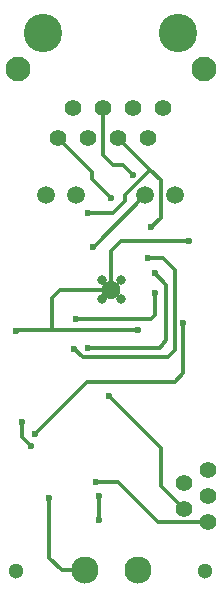
<source format=gbl>
%FSTAX23Y23*%
%MOIN*%
%SFA1B1*%

%IPPOS*%
%ADD43C,0.011811*%
%ADD44C,0.051181*%
%ADD45C,0.090551*%
%ADD46C,0.062992*%
%ADD47C,0.031496*%
%ADD48C,0.055118*%
%ADD49C,0.059842*%
%ADD50C,0.055905*%
%ADD51C,0.082677*%
%ADD52C,0.127952*%
%ADD53C,0.023622*%
%LNwol_pcb-1*%
%LPD*%
G54D43*
X00098Y00531D02*
X00125Y00503D01*
X00098Y00531D02*
Y00582D01*
X00425Y01185D02*
X00653D01*
X00393Y01023D02*
Y01153D01*
X00425Y01185*
X00196Y00889D02*
X00484D01*
X00082D02*
X00196D01*
Y00996*
X00224Y01023D02*
X00393D01*
X00196Y00996D02*
X00224Y01023D01*
X00141Y00543D02*
X00314Y00716D01*
X00606*
X00633Y00744D02*
Y00913D01*
X00606Y00716D02*
X00633Y00744D01*
X00342Y00381D02*
X00417D01*
X00551Y00248*
X00716*
X00559Y0037D02*
Y00496D01*
Y0037D02*
X00637Y00291D01*
X00385Y00669D02*
X00559Y00496D01*
X00078Y00885D02*
X00082Y00889D01*
X00299Y00799D02*
X00582D01*
X00271Y00826D02*
X00299Y00799D01*
X00582D02*
X00606Y00822D01*
Y0109*
X00566Y01129D02*
X00606Y0109D01*
X00515Y01129D02*
X00566D01*
X00539Y01078D02*
X00578Y01039D01*
Y00854D02*
Y01039D01*
X00555Y0083D02*
X00578Y00854D01*
X00318Y0083D02*
X00555D01*
X00524Y01422D02*
X00559Y01388D01*
X00418Y01528D02*
X00524Y01422D01*
X0044Y01318D02*
Y01338D01*
X00524Y01422*
X00318Y01279D02*
X00401D01*
X0044Y01318*
X0033Y01393D02*
Y01416D01*
Y01393D02*
X00393Y0133D01*
X00218Y01528D02*
X0033Y01416D01*
X00527Y01232D02*
X00559Y01263D01*
Y01388*
X00368Y01473D02*
Y01628D01*
Y01473D02*
X00401Y0144D01*
X00433D02*
X00468Y01405D01*
X00401Y0144D02*
X00433D01*
X00334Y01165D02*
X00335D01*
X00508Y01338*
X0023Y00088D02*
X00305D01*
X00188Y00129D02*
X0023Y00088D01*
X00188Y00129D02*
Y0033D01*
X00275Y00925D02*
D01*
X00527*
X00539Y00937*
Y01011*
X00354Y00255D02*
Y00334D01*
G54D44*
X00708Y00086D03*
X00078D03*
G54D45*
X00482Y00088D03*
X00305D03*
G54D46*
X00393Y01023D03*
G54D47*
X00425Y00992D03*
Y01055D03*
X00362D03*
Y00992D03*
G54D48*
X00637Y00377D03*
Y00291D03*
X00716Y00421D03*
Y00334D03*
Y00248D03*
G54D49*
X00608Y01338D03*
X00508D03*
X00278D03*
X00178D03*
G54D50*
X00218Y01528D03*
X00268Y01628D03*
X00318Y01528D03*
X00368Y01628D03*
X00418Y01528D03*
X00468Y01628D03*
X00518Y01528D03*
X00568Y01628D03*
G54D51*
X00704Y01758D03*
X00082D03*
G54D52*
X00168Y01878D03*
X00618D03*
G54D53*
X00098Y00582D03*
X00125Y00503D03*
X00653Y01185D03*
X00141Y00543D03*
X00633Y00913D03*
X00342Y00381D03*
X00385Y00669D03*
X00078Y00885D03*
X00271Y00826D03*
X00484Y00889D03*
X00515Y01129D03*
X00539Y01078D03*
X00318Y0083D03*
Y01279D03*
X00393Y0133D03*
X00527Y01232D03*
X00468Y01405D03*
X00334Y01165D03*
X00188Y0033D03*
X00275Y00925D03*
X00539Y01013D03*
X00354Y00334D03*
Y00255D03*
M02*
</source>
